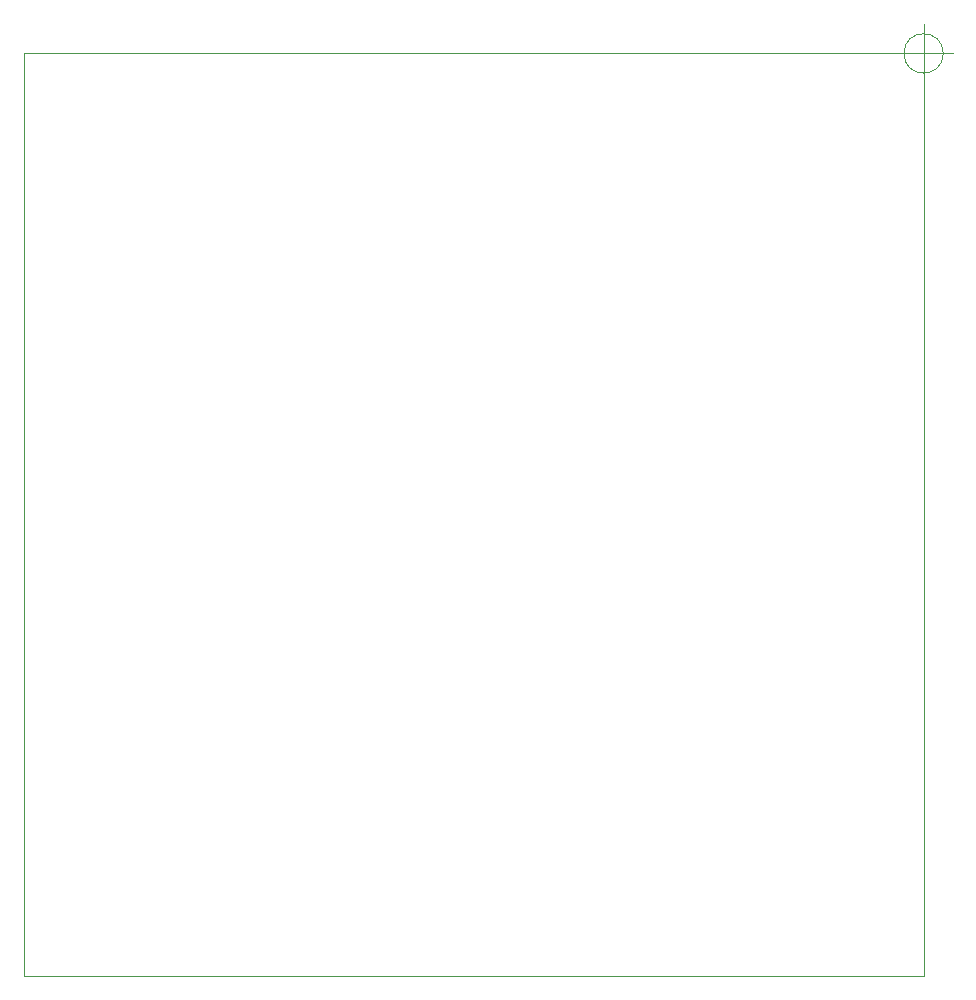
<source format=gm1>
G04 #@! TF.GenerationSoftware,KiCad,Pcbnew,5.1.6-c6e7f7d~86~ubuntu18.04.1*
G04 #@! TF.CreationDate,2020-05-16T19:13:39+02:00*
G04 #@! TF.ProjectId,Wasserhahn,57617373-6572-4686-9168-6e2e6b696361,rev?*
G04 #@! TF.SameCoordinates,Original*
G04 #@! TF.FileFunction,Profile,NP*
%FSLAX46Y46*%
G04 Gerber Fmt 4.6, Leading zero omitted, Abs format (unit mm)*
G04 Created by KiCad (PCBNEW 5.1.6-c6e7f7d~86~ubuntu18.04.1) date 2020-05-16 19:13:39*
%MOMM*%
%LPD*%
G01*
G04 APERTURE LIST*
G04 #@! TA.AperFunction,Profile*
%ADD10C,0.050000*%
G04 #@! TD*
G04 APERTURE END LIST*
D10*
X188356666Y-27940000D02*
G75*
G03*
X188356666Y-27940000I-1666666J0D01*
G01*
X184190000Y-27940000D02*
X189190000Y-27940000D01*
X186690000Y-25440000D02*
X186690000Y-30440000D01*
X110490000Y-106045000D02*
X186690000Y-106045000D01*
X186690000Y-27940000D02*
X186690000Y-106045000D01*
X110490000Y-27940000D02*
X186690000Y-27940000D01*
X110490000Y-106045000D02*
X110490000Y-27940000D01*
M02*

</source>
